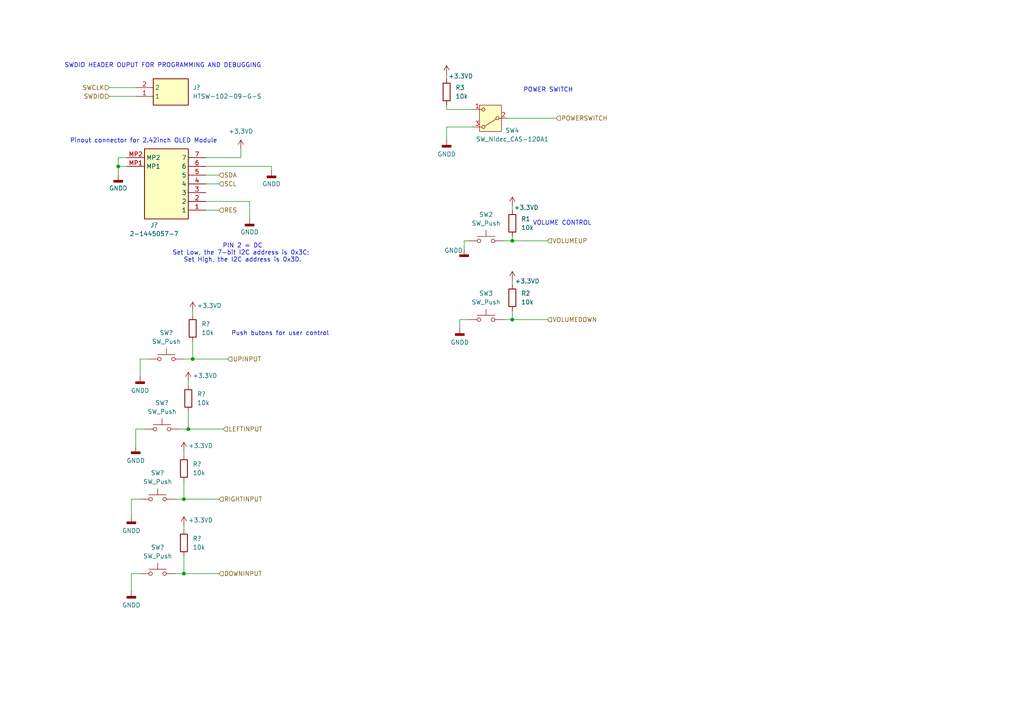
<source format=kicad_sch>
(kicad_sch (version 20250114) (generator "eeschema") (generator_version "9.0")
  (paper "A4")
  (lib_symbols
    (symbol "2-1445057-7:2-1445057-7"
      (property "Reference" "J" (at 19.05 7.62 0))
      (property "Value" "2-1445057-7" (at 19.05 5.08 0))
      (symbol "2-1445057-7_1_1"
        (rectangle (start 5.08 2.54) (end 17.78 -17.78) (stroke (width 0.254)) (fill (type background)))
        (pin passive line (at 0 0 0) (length 5.08) (name "MP2") (number "MP2"))
        (pin passive line (at 0 -2.54 0) (length 5.08) (name "MP1") (number "MP1"))
        (pin passive line (at 22.86 0 180) (length 5.08) (name "7") (number "7"))
        (pin passive line (at 22.86 -2.54 180) (length 5.08) (name "6") (number "6"))
        (pin passive line (at 22.86 -5.08 180) (length 5.08) (name "5") (number "5"))
        (pin passive line (at 22.86 -7.62 180) (length 5.08) (name "4") (number "4"))
        (pin passive line (at 22.86 -10.16 180) (length 5.08) (name "3") (number "3"))
        (pin passive line (at 22.86 -12.7 180) (length 5.08) (name "2") (number "2"))
        (pin passive line (at 22.86 -15.24 180) (length 5.08) (name "1") (number "1"))
      )
    )
    (symbol "Device:R" (pin_numbers (hide yes)) (pin_names (offset 0))
      (property "Reference" "R" (at 2.032 0 90))
      (property "Value" "R" (at 0 0 90))
      (symbol "R_0_1"
        (rectangle (start -1.016 -2.54) (end 1.016 2.54) (stroke (width 0.254)))
      )
      (symbol "R_1_1"
        (pin passive line (at 0 3.81 270) (length 1.27) (name "~") (number "1"))
        (pin passive line (at 0 -3.81 90) (length 1.27) (name "~") (number "2"))
      )
    )
    (symbol "HTSW-102-09-G-S:HTSW-102-09-G-S"
      (property "Reference" "J" (at 16.51 7.62 0))
      (property "Value" "HTSW-102-09-G-S" (at 16.51 5.08 0))
      (symbol "HTSW-102-09-G-S_1_1"
        (rectangle (start 5.08 2.54) (end 15.24 -5.08) (stroke (width 0.254)) (fill (type background)))
        (pin passive line (at 0 0 0) (length 5.08) (name "2") (number "2"))
        (pin passive line (at 0 -2.54 0) (length 5.08) (name "1") (number "1"))
      )
    )
    (symbol "Switch:SW_Nidec_CAS-120A1" (pin_names (offset 1) (hide yes))
      (property "Reference" "SW" (at 0 4.318 0))
      (property "Value" "SW_Nidec_CAS-120A1" (at 0 -5.08 0))
      (symbol "SW_Nidec_CAS-120A1_0_1"
        (circle (center -2.032 0) (radius 0.4572))
        (polyline (pts (xy -1.651 0.254) (xy 1.651 2.286)))
        (circle (center 2.032 2.54) (radius 0.4572))
        (circle (center 2.032 -2.54) (radius 0.4572))
      )
      (symbol "SW_Nidec_CAS-120A1_1_1"
        (rectangle (start -3.175 3.81) (end 3.175 -3.81) (fill (type background)))
        (pin passive line (at -5.08 0 0) (length 2.54) (name "B") (number "2"))
        (pin passive line (at 5.08 2.54 180) (length 2.54) (name "A") (number "3"))
        (pin passive line (at 5.08 -2.54 180) (length 2.54) (name "C") (number "1"))
      )
    )
    (symbol "Switch:SW_Push" (pin_numbers (hide yes)) (pin_names (offset 1.016) (hide yes))
      (property "Reference" "SW" (at 1.27 2.54 0))
      (property "Value" "SW_Push" (at 0 -1.524 0))
      (symbol "SW_Push_0_1"
        (circle (center -2.032 0) (radius 0.508))
        (polyline (pts (xy 0 1.27) (xy 0 3.048)))
        (circle (center 2.032 0) (radius 0.508))
        (polyline (pts (xy 2.54 1.27) (xy -2.54 1.27)))
        (pin passive line (at -5.08 0 0) (length 2.54) (name "1") (number "1"))
        (pin passive line (at 5.08 0 180) (length 2.54) (name "2") (number "2"))
      )
    )
    (symbol "power:+3.3V" (power) (pin_numbers (hide yes)) (pin_names (offset 0) (hide yes))
      (property "Value" "+3.3V" (at 0 3.556 0))
      (symbol "+3.3V_0_1"
        (polyline (pts (xy -0.762 1.27) (xy 0 2.54)))
        (polyline (pts (xy 0 2.54) (xy 0.762 1.27)))
        (polyline (pts (xy 0 0) (xy 0 2.54)))
      )
      (symbol "+3.3V_1_1"
        (pin power_in line (at 0 0 90) (length 0) (name "~") (number "1"))
      )
    )
    (symbol "power:GNDD" (power) (pin_numbers (hide yes)) (pin_names (offset 0) (hide yes))
      (property "Value" "GNDD" (at 0 -3.175 0))
      (symbol "GNDD_0_1"
        (rectangle (start -1.27 -1.524) (end 1.27 -2.032) (stroke (width 0.254)) (fill (type outline)))
        (polyline (pts (xy 0 0) (xy 0 -1.524)))
      )
      (symbol "GNDD_1_1"
        (pin power_in line (at 0 0 270) (length 0) (name "~") (number "1"))
      )
    )
  )
  (text "PIN 2 = DC\nSet Low, the 7-bit I2C address is 0x3C; \nSet High, the I2C address is 0x3D." (at 70.358 73.406 0) (effects (font (size 1.27 1.27))))
  (text "Pinout connector for 2.42inch OLED Module" (at 41.656 40.894 0) (effects (font (size 1.27 1.27))))
  (text "SWDIO HEADER OUPUT FOR PROGRAMMING AND DEBUGGING" (at 47.244 19.05 0) (effects (font (size 1.27 1.27))))
  (text "Push butons for user control\n" (at 81.28 96.774 0) (effects (font (size 1.27 1.27))))
  (text "POWER SWITCH\n" (at 159.004 26.162 0) (effects (font (size 1.27 1.27))))
  (text "VOLUME CONTROL\n" (at 163.068 64.77 0) (effects (font (size 1.27 1.27))))
  (junction (at 148.59 92.71))
  (junction (at 53.34 166.37))
  (junction (at 34.29 48.26))
  (junction (at 148.59 69.85))
  (junction (at 54.61 124.46))
  (junction (at 55.88 104.14))
  (junction (at 53.34 144.78))
  (wire (pts (xy 40.64 104.14) (xy 40.64 109.22)))
  (wire (pts (xy 50.8 166.37) (xy 53.34 166.37)))
  (wire (pts (xy 135.89 92.71) (xy 133.35 92.71)))
  (wire (pts (xy 78.74 48.26) (xy 78.74 49.53)))
  (wire (pts (xy 59.69 58.42) (xy 72.39 58.42)))
  (wire (pts (xy 31.75 27.94) (xy 39.37 27.94)))
  (wire (pts (xy 53.34 161.29) (xy 53.34 166.37)))
  (wire (pts (xy 53.34 104.14) (xy 55.88 104.14)))
  (wire (pts (xy 54.61 124.46) (xy 64.77 124.46)))
  (wire (pts (xy 129.54 21.59) (xy 129.54 22.86)))
  (wire (pts (xy 50.8 144.78) (xy 53.34 144.78)))
  (wire (pts (xy 31.75 25.4) (xy 39.37 25.4)))
  (wire (pts (xy 134.62 69.85) (xy 135.89 69.85)))
  (wire (pts (xy 148.59 81.28) (xy 148.59 82.55)))
  (wire (pts (xy 59.69 48.26) (xy 78.74 48.26)))
  (wire (pts (xy 38.1 144.78) (xy 38.1 149.86)))
  (wire (pts (xy 38.1 166.37) (xy 38.1 171.45)))
  (wire (pts (xy 69.85 43.18) (xy 69.85 45.72)))
  (wire (pts (xy 53.34 130.81) (xy 53.34 132.08)))
  (wire (pts (xy 54.61 119.38) (xy 54.61 124.46)))
  (wire (pts (xy 55.88 99.06) (xy 55.88 104.14)))
  (wire (pts (xy 43.18 104.14) (xy 40.64 104.14)))
  (wire (pts (xy 129.54 36.83) (xy 129.54 40.64)))
  (wire (pts (xy 34.29 48.26) (xy 36.83 48.26)))
  (wire (pts (xy 148.59 69.85) (xy 158.75 69.85)))
  (wire (pts (xy 53.34 139.7) (xy 53.34 144.78)))
  (wire (pts (xy 52.07 124.46) (xy 54.61 124.46)))
  (wire (pts (xy 147.32 34.29) (xy 161.29 34.29)))
  (wire (pts (xy 34.29 48.26) (xy 34.29 50.8)))
  (wire (pts (xy 148.59 68.58) (xy 148.59 69.85)))
  (wire (pts (xy 137.16 36.83) (xy 129.54 36.83)))
  (wire (pts (xy 148.59 59.69) (xy 148.59 60.96)))
  (wire (pts (xy 146.05 92.71) (xy 148.59 92.71)))
  (wire (pts (xy 146.05 69.85) (xy 148.59 69.85)))
  (wire (pts (xy 40.64 144.78) (xy 38.1 144.78)))
  (wire (pts (xy 34.29 45.72) (xy 34.29 48.26)))
  (wire (pts (xy 134.62 69.85) (xy 134.62 72.39)))
  (wire (pts (xy 59.69 53.34) (xy 63.5 53.34)))
  (wire (pts (xy 53.34 144.78) (xy 63.5 144.78)))
  (wire (pts (xy 133.35 92.71) (xy 133.35 95.25)))
  (wire (pts (xy 69.85 45.72) (xy 59.69 45.72)))
  (wire (pts (xy 55.88 90.17) (xy 55.88 91.44)))
  (wire (pts (xy 137.16 31.75) (xy 129.54 31.75)))
  (wire (pts (xy 59.69 50.8) (xy 63.5 50.8)))
  (wire (pts (xy 148.59 92.71) (xy 158.75 92.71)))
  (wire (pts (xy 36.83 45.72) (xy 34.29 45.72)))
  (wire (pts (xy 41.91 124.46) (xy 39.37 124.46)))
  (wire (pts (xy 40.64 166.37) (xy 38.1 166.37)))
  (wire (pts (xy 54.61 110.49) (xy 54.61 111.76)))
  (wire (pts (xy 59.69 60.96) (xy 63.5 60.96)))
  (wire (pts (xy 53.34 152.4) (xy 53.34 153.67)))
  (wire (pts (xy 53.34 166.37) (xy 63.5 166.37)))
  (wire (pts (xy 148.59 90.17) (xy 148.59 92.71)))
  (wire (pts (xy 55.88 104.14) (xy 66.04 104.14)))
  (wire (pts (xy 129.54 31.75) (xy 129.54 30.48)))
  (wire (pts (xy 72.39 58.42) (xy 72.39 63.5)))
  (wire (pts (xy 39.37 124.46) (xy 39.37 129.54)))
  (hierarchical_label "UPINPUT" (shape input) (at 66.04 104.14 0))
  (hierarchical_label "LEFTINPUT" (shape input) (at 64.77 124.46 0))
  (hierarchical_label "SDA" (shape input) (at 63.5 50.8 0))
  (hierarchical_label "SWCLK" (shape input) (at 31.75 25.4 180))
  (hierarchical_label "VOLUMEUP" (shape input) (at 158.75 69.85 0))
  (hierarchical_label "RIGHTINPUT" (shape input) (at 63.5 144.78 0))
  (hierarchical_label "POWERSWITCH" (shape input) (at 161.29 34.29 0))
  (hierarchical_label "SCL" (shape input) (at 63.5 53.34 0))
  (hierarchical_label "SWDIO" (shape input) (at 31.75 27.94 180))
  (hierarchical_label "DOWNINPUT" (shape input) (at 63.5 166.37 0))
  (hierarchical_label "RES" (shape input) (at 63.5 60.96 0))
  (hierarchical_label "VOLUMEDOWN" (shape input) (at 158.75 92.71 0))
  (symbol (lib_id "2-1445057-7:2-1445057-7") (at 36.83 45.72 0) (unit 1)
    (property "Reference" "J?" (at 44.704 65.278 0))
    (property "Value" "2-1445057-7" (at 44.704 67.818 0))
    (property "Footprint" "214450577" (effects (hide yes)))
    (property "Datasheet" "https://www.te.com/commerce/DocumentDelivery/DDEController?Action=srchrtrv&DocNm=micro-mate-n-lok-connector-qrg&DocType=Data%20Sheet&DocLang=English&PartCntxt=2-1445057-7&DocFormat=pdf" (effects (hide yes)))
    (property "Description" "Configuration Features: PCB Mount Orientation Right Angle | Number of Rows 1 | Number of Positions 7 | Number of Power Positions 7 | Contact Features: PCB Contact Termination Area Plating Material Thickness 2.54 MICM | PCB Contact Termination Area Plating Material Tin | Contact Current Rating (Max) 5 AMP | Multiple Contact Types Without | Contact Retention Within Housing Without | Contact Layout Inline | PCB Contact Termination Area Plating Material Thickness 100 MICIN | Contact Mating Area Plating Material" (effects (hide yes)))
    (property "Height" "5.67" (effects (hide yes)))
    (property "Mouser Part Number" "571-2-1445057-7" (effects (hide yes)))
    (property "Mouser Price/Stock" "https://www.mouser.co.uk/ProductDetail/TE-Connectivity-AMP/2-1445057-7?qs=Eu63EZxBwKLXHKRdKJ3J%252Bw%3D%3D" (effects (hide yes)))
    (property "Manufacturer_Name" "TE Connectivity" (effects (hide yes)))
    (property "Manufacturer_Part_Number" "2-1445057-7" (effects (hide yes)))
  )
  (symbol (lib_id "power:+3.3V") (at 53.34 152.4 0) (unit 1)
    (property "Reference" "#PWR?" (effects (hide yes)))
    (property "Value" "+3.3VD" (at 58.166 150.876 0))
    (property "Description" "Power symbol creates a global label with name \"+3.3V\"" (effects (hide yes)))
  )
  (symbol (lib_id "Device:R") (at 53.34 135.89 0) (unit 1)
    (property "Reference" "R?" (at 55.88 134.6199 0) (effects (justify left)))
    (property "Value" "10k" (at 55.88 137.1599 0) (effects (justify left)))
    (property "Description" "Resistor" (effects (hide yes)))
  )
  (symbol (lib_id "power:GNDD") (at 34.29 50.8 0) (unit 1)
    (property "Reference" "#PWR?" (effects (hide yes)))
    (property "Value" "GNDD" (at 34.29 54.61 0))
    (property "Description" "Power symbol creates a global label with name \"GNDD\" , digital ground" (effects (hide yes)))
  )
  (symbol (lib_id "Switch:SW_Push") (at 140.97 69.85 0) (unit 1)
    (property "Reference" "SW2" (at 140.97 62.23 0))
    (property "Value" "SW_Push" (at 140.97 64.77 0))
    (property "Description" "Push button switch, generic, two pins" (effects (hide yes)))
  )
  (symbol (lib_id "Device:R") (at 54.61 115.57 0) (unit 1)
    (property "Reference" "R?" (at 57.15 114.2999 0) (effects (justify left)))
    (property "Value" "10k" (at 57.15 116.8399 0) (effects (justify left)))
    (property "Description" "Resistor" (effects (hide yes)))
  )
  (symbol (lib_id "power:+3.3V") (at 129.54 21.59 0) (unit 1)
    (property "Reference" "#PWR0115" (effects (hide yes)))
    (property "Value" "+3.3VD" (at 133.604 22.098 0))
    (property "Description" "Power symbol creates a global label with name \"+3.3V\"" (effects (hide yes)))
  )
  (symbol (lib_id "Device:R") (at 55.88 95.25 0) (unit 1)
    (property "Reference" "R?" (at 58.42 93.9799 0) (effects (justify left)))
    (property "Value" "10k" (at 58.42 96.5199 0) (effects (justify left)))
    (property "Description" "Resistor" (effects (hide yes)))
  )
  (symbol (lib_id "power:+3.3V") (at 148.59 59.69 0) (unit 1)
    (property "Reference" "#PWR03" (effects (hide yes)))
    (property "Value" "+3.3VD" (at 152.654 60.198 0))
    (property "Description" "Power symbol creates a global label with name \"+3.3V\"" (effects (hide yes)))
  )
  (symbol (lib_id "Switch:SW_Push") (at 48.26 104.14 0) (unit 1)
    (property "Reference" "SW?" (at 48.26 96.52 0))
    (property "Value" "SW_Push" (at 48.26 99.06 0))
    (property "Description" "Push button switch, generic, two pins" (effects (hide yes)))
  )
  (symbol (lib_id "Device:R") (at 148.59 86.36 0) (unit 1)
    (property "Reference" "R2" (at 151.13 85.0899 0) (effects (justify left)))
    (property "Value" "10k" (at 151.13 87.6299 0) (effects (justify left)))
    (property "Description" "Resistor" (effects (hide yes)))
  )
  (symbol (lib_id "power:+3.3V") (at 55.88 90.17 0) (unit 1)
    (property "Reference" "#PWR?" (effects (hide yes)))
    (property "Value" "+3.3VD" (at 60.706 88.646 0))
    (property "Description" "Power symbol creates a global label with name \"+3.3V\"" (effects (hide yes)))
  )
  (symbol (lib_id "Switch:SW_Nidec_CAS-120A1") (at 142.24 34.29 180) (unit 1)
    (property "Reference" "SW4" (at 148.59 37.846 0))
    (property "Value" "SW_Nidec_CAS-120A1" (at 148.59 40.386 0))
    (property "Footprint" "Button_Switch_SMD:Nidec_Copal_CAS-120A" (effects (hide yes)))
    (property "Datasheet" "https://www.nidec-components.com/e/catalog/switch/cas.pdf" (effects (hide yes)))
    (property "Description" "Switch, single pole double throw" (effects (hide yes)))
  )
  (symbol (lib_id "Switch:SW_Push") (at 45.72 144.78 0) (unit 1)
    (property "Reference" "SW?" (at 45.72 137.16 0))
    (property "Value" "SW_Push" (at 45.72 139.7 0))
    (property "Description" "Push button switch, generic, two pins" (effects (hide yes)))
  )
  (symbol (lib_id "power:GNDD") (at 72.39 63.5 0) (unit 1)
    (property "Reference" "#PWR?" (effects (hide yes)))
    (property "Value" "GNDD" (at 72.39 67.31 0))
    (property "Description" "Power symbol creates a global label with name \"GNDD\" , digital ground" (effects (hide yes)))
  )
  (symbol (lib_id "power:GNDD") (at 133.35 95.25 0) (unit 1)
    (property "Reference" "#PWR096" (effects (hide yes)))
    (property "Value" "GNDD" (at 133.35 99.314 0))
    (property "Description" "Power symbol creates a global label with name \"GNDD\" , digital ground" (effects (hide yes)))
  )
  (symbol (lib_id "power:GNDD") (at 39.37 129.54 0) (unit 1)
    (property "Reference" "#PWR?" (effects (hide yes)))
    (property "Value" "GNDD" (at 39.37 133.604 0))
    (property "Description" "Power symbol creates a global label with name \"GNDD\" , digital ground" (effects (hide yes)))
  )
  (symbol (lib_id "Switch:SW_Push") (at 140.97 92.71 0) (unit 1)
    (property "Reference" "SW3" (at 140.97 85.09 0))
    (property "Value" "SW_Push" (at 140.97 87.63 0))
    (property "Description" "Push button switch, generic, two pins" (effects (hide yes)))
  )
  (symbol (lib_id "Switch:SW_Push") (at 46.99 124.46 0) (unit 1)
    (property "Reference" "SW?" (at 46.99 116.84 0))
    (property "Value" "SW_Push" (at 46.99 119.38 0))
    (property "Description" "Push button switch, generic, two pins" (effects (hide yes)))
  )
  (symbol (lib_id "power:GNDD") (at 78.74 49.53 0) (unit 1)
    (property "Reference" "#PWR?" (effects (hide yes)))
    (property "Value" "GNDD" (at 78.74 53.34 0))
    (property "Description" "Power symbol creates a global label with name \"GNDD\" , digital ground" (effects (hide yes)))
  )
  (symbol (lib_id "Device:R") (at 53.34 157.48 0) (unit 1)
    (property "Reference" "R?" (at 55.88 156.2099 0) (effects (justify left)))
    (property "Value" "10k" (at 55.88 158.7499 0) (effects (justify left)))
    (property "Description" "Resistor" (effects (hide yes)))
  )
  (symbol (lib_id "power:GNDD") (at 40.64 109.22 0) (unit 1)
    (property "Reference" "#PWR?" (effects (hide yes)))
    (property "Value" "GNDD" (at 40.64 113.284 0))
    (property "Description" "Power symbol creates a global label with name \"GNDD\" , digital ground" (effects (hide yes)))
  )
  (symbol (lib_id "Switch:SW_Push") (at 45.72 166.37 0) (unit 1)
    (property "Reference" "SW?" (at 45.72 158.75 0))
    (property "Value" "SW_Push" (at 45.72 161.29 0))
    (property "Description" "Push button switch, generic, two pins" (effects (hide yes)))
  )
  (symbol (lib_id "power:+3.3V") (at 53.34 130.81 0) (unit 1)
    (property "Reference" "#PWR?" (effects (hide yes)))
    (property "Value" "+3.3VD" (at 58.166 129.286 0))
    (property "Description" "Power symbol creates a global label with name \"+3.3V\"" (effects (hide yes)))
  )
  (symbol (lib_id "power:+3.3V") (at 54.61 110.49 0) (unit 1)
    (property "Reference" "#PWR?" (effects (hide yes)))
    (property "Value" "+3.3VD" (at 59.436 108.966 0))
    (property "Description" "Power symbol creates a global label with name \"+3.3V\"" (effects (hide yes)))
  )
  (symbol (lib_id "HTSW-102-09-G-S:HTSW-102-09-G-S") (at 39.37 25.4 0) (unit 1)
    (property "Reference" "J?" (at 55.88 25.3999 0) (effects (justify left)))
    (property "Value" "HTSW-102-09-G-S" (at 55.88 27.9399 0) (effects (justify left)))
    (property "Footprint" "HTSW10209GS" (effects (hide yes)))
    (property "Datasheet" "https://suddendocs.samtec.com/prints/htsw-xxx-xx-xxx-x-xx-xx-xx-mkt.pdf?_gl=1*q6shat*_gcl_aw*R0NMLjE3NTkxNDYwOTAuRUFJYUlRb2JDaE1JdDl6YzVmSDlqd01WWnBPREJ4MHBwQXNCRUFBWUFTQUFFZ0psaHZEX0J3RQ..*_gcl_au*MTc5OTcyNjQyOS4xNzUyMDczNjY4*_ga*NTM1MTc3ODU3LjE3MTI4MTU5" (effects (hide yes)))
    (property "Description" "Connector Header Through Hole 2 position 0.100\" (2.54mm)" (effects (hide yes)))
    (property "Height" "8.58" (effects (hide yes)))
    (property "Mouser Part Number" "200-HTSW10209GS" (effects (hide yes)))
    (property "Mouser Price/Stock" "https://www.mouser.co.uk/ProductDetail/Samtec/HTSW-102-09-G-S?qs=0lQeLiL1qyZlsgTucBxUnA%3D%3D" (effects (hide yes)))
    (property "Manufacturer_Name" "SAMTEC" (effects (hide yes)))
    (property "Manufacturer_Part_Number" "HTSW-102-09-G-S" (effects (hide yes)))
  )
  (symbol (lib_id "power:GNDD") (at 38.1 149.86 0) (unit 1)
    (property "Reference" "#PWR?" (effects (hide yes)))
    (property "Value" "GNDD" (at 38.1 153.924 0))
    (property "Description" "Power symbol creates a global label with name \"GNDD\" , digital ground" (effects (hide yes)))
  )
  (symbol (lib_id "Device:R") (at 148.59 64.77 0) (unit 1)
    (property "Reference" "R1" (at 151.13 63.4999 0) (effects (justify left)))
    (property "Value" "10k" (at 151.13 66.0399 0) (effects (justify left)))
    (property "Description" "Resistor" (effects (hide yes)))
  )
  (symbol (lib_id "power:GNDD") (at 38.1 171.45 0) (unit 1)
    (property "Reference" "#PWR?" (effects (hide yes)))
    (property "Value" "GNDD" (at 38.1 175.514 0))
    (property "Description" "Power symbol creates a global label with name \"GNDD\" , digital ground" (effects (hide yes)))
  )
  (symbol (lib_id "power:GNDD") (at 129.54 40.64 0) (unit 1)
    (property "Reference" "#PWR0114" (effects (hide yes)))
    (property "Value" "GNDD" (at 129.54 44.704 0))
    (property "Description" "Power symbol creates a global label with name \"GNDD\" , digital ground" (effects (hide yes)))
  )
  (symbol (lib_id "power:+3.3V") (at 69.85 43.18 0) (unit 1)
    (property "Reference" "#PWR?" (effects (hide yes)))
    (property "Value" "+3.3VD" (at 69.85 38.1 0))
    (property "Description" "Power symbol creates a global label with name \"+3.3V\"" (effects (hide yes)))
  )
  (symbol (lib_id "power:+3.3V") (at 148.59 81.28 0) (unit 1)
    (property "Reference" "#PWR098" (effects (hide yes)))
    (property "Value" "+3.3VD" (at 152.908 81.534 0))
    (property "Description" "Power symbol creates a global label with name \"+3.3V\"" (effects (hide yes)))
  )
  (symbol (lib_id "Device:R") (at 129.54 26.67 0) (unit 1)
    (property "Reference" "R3" (at 132.08 25.3999 0) (effects (justify left)))
    (property "Value" "10k" (at 132.08 27.9399 0) (effects (justify left)))
    (property "Description" "Resistor" (effects (hide yes)))
  )
  (symbol (lib_id "power:GNDD") (at 134.62 72.39 0) (unit 1)
    (property "Reference" "#PWR01" (effects (hide yes)))
    (property "Value" "GNDD" (at 131.572 72.644 0))
    (property "Description" "Power symbol creates a global label with name \"GNDD\" , digital ground" (effects (hide yes)))
  )
)
</source>
